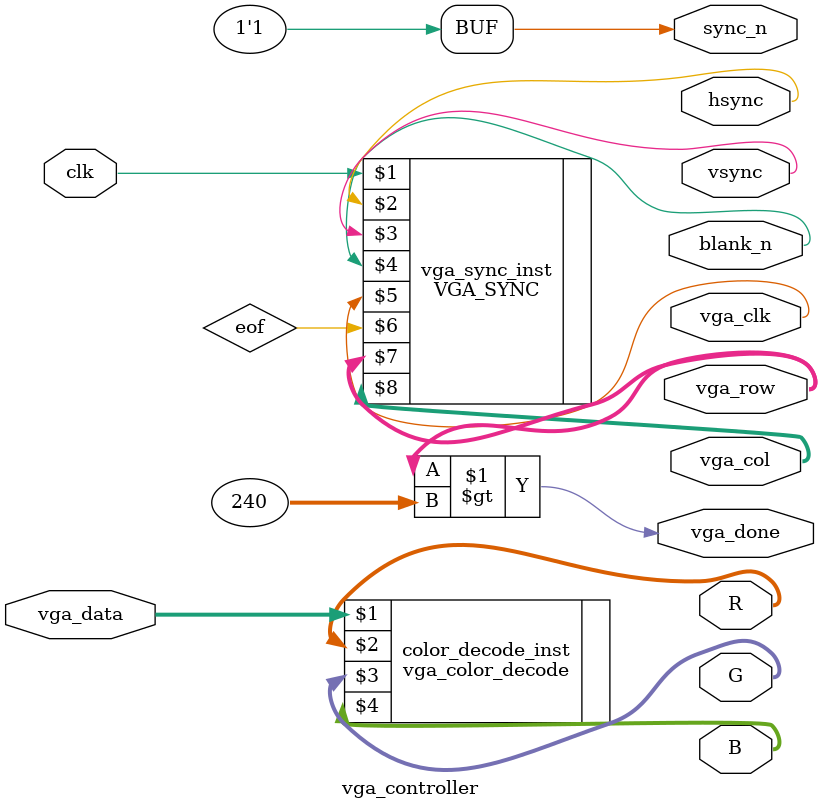
<source format=v>


module vga_controller
(
	input wire clk,
	//VGA buffer connections
	output wire [9:0] vga_row, 
	output wire [9:0] vga_col,
	input wire [7:0] vga_data,
	output wire vga_done,
	
	//VGA signals
	output wire vga_clk,//Connected to pixel clock
	output wire hsync,
	output wire vsync,
	output wire blank_n, //connected to video on
	output wire sync_n,//Set to 1 always
	
	output wire [7:0] R, G, B
);

assign vga_done = vga_row > 240;
assign sync_n = 1;

//VGA sync generator instance
wire eof;//Not used (for now)
VGA_SYNC vga_sync_inst
(
	clk,
	hsync,
	vsync,
	blank_n,
	vga_clk,
	eof,
	vga_row, 
	vga_col
);

//Color Decoder
vga_color_decode color_decode_inst
(
	vga_data,
	R,G,B
);


endmodule
</source>
